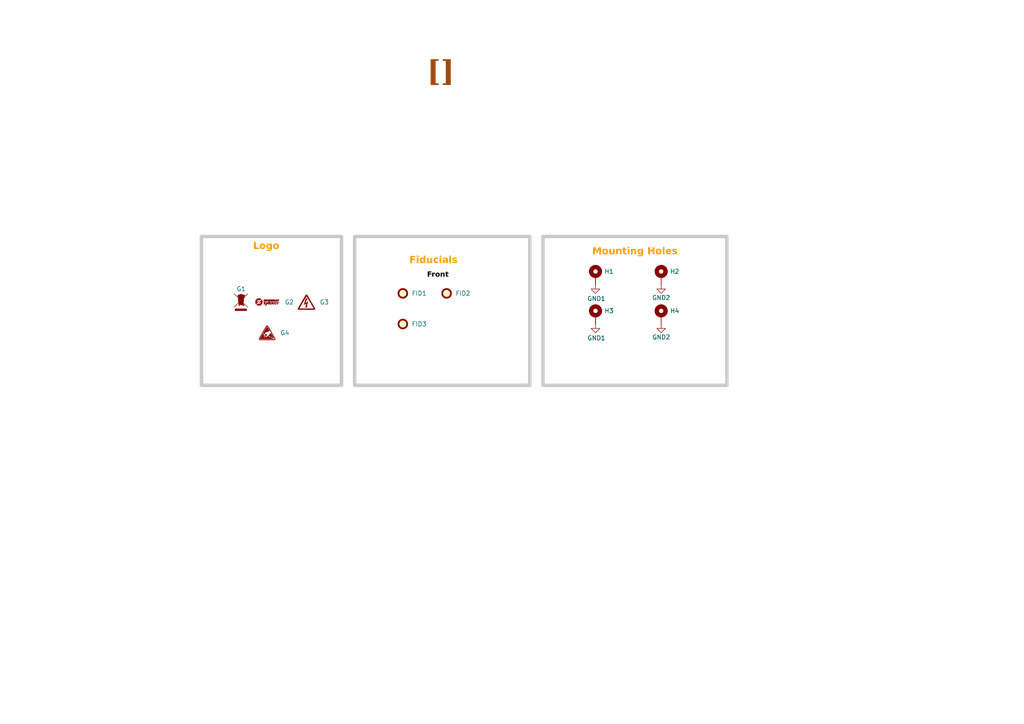
<source format=kicad_sch>
(kicad_sch (version 20231120) (generator "eeschema") (generator_version "8.0")
  (paper "A4")
  (title_block (title "Rapid-Core") (date "2024-09-09") (rev "1.0.1"))
  (lib_symbols
    (symbol "ESD_protection_warning_sign:LOGO" (pin_names (offset 1.016))
      (property "Reference" "G?" (at 0 3.556 0))
    )
    (symbol "GND1_1" (power) (pin_numbers hide) (pin_names (offset 0) hide)
      (property "Value" "GND1" (at 0 -3.81 0))
      (symbol "GND1_1_1_1"
        (pin power_in line (at 0 0 270) (length 0) (name "~") (number "1"))
      )
    )
    (symbol "GND2_1" (power) (pin_numbers hide) (pin_names (offset 0) hide)
      (property "Value" "GND2" (at 0 -3.81 0))
      (symbol "GND2_1_1_1"
        (pin power_in line (at 0 0 270) (length 0) (name "~") (number "1"))
      )
    )
    (symbol "High_Voltage_Warning:HIgh_Voltage_Warning" (pin_names (offset 1.016))
      (property "Reference" "G?" (at -2.54 1.778 0))
    )
    (symbol "Mechanical:Fiducial"
      (property "Reference" "FID" (at 0 5.08 0))
      (property "Value" "Fiducial" (at 0 3.175 0))
    )
    (symbol "Mechanical:MountingHole_Pad" (pin_numbers hide) (pin_names (offset 1.016) hide)
      (property "Reference" "H" (at 0 6.35 0))
      (property "Value" "MountingHole_Pad" (at 0 4.445 0))
      (symbol "MountingHole_Pad_1_1"
        (pin input line (at 0 -2.54 90) (length 2.54) (name "1") (number "1"))
      )
    )
    (symbol "Noon_Ray:Noon_Ray" (pin_names (offset 1.016))
      (property "Reference" "G?" (at -2.032 2.286 0))
    )
    (symbol "Not_To_Bin:Not_To_Bin" (pin_names (offset 1.016))
      (property "Reference" "G?" (at 0 3.302 0))
    )
  )
  (rectangle (start 157.48 68.58) (end 210.82 111.76) (stroke (width 1) (color 200 200 200 1)))
  (rectangle (start 58.42 68.58) (end 99.06 111.76) (stroke (width 1) (color 200 200 200 1)))
  (rectangle (start 102.87 68.58) (end 153.67 111.76) (stroke (width 1) (color 200 200 200 1)))
  (text "Front" (at 127 80.264 0) (effects (font (size 1.5 1.5) (thickness 0.254) (bold yes))))
  (text "[${#}] ${SHEETNAME}" (at 129.286 22.86 0) (effects (font (size 6 6) (thickness 0.254) (bold yes))))
  (text "Mounting Holes" (at 184.15 73.66 0) (effects (font (size 2 2) (thickness 0.4) (bold yes))))
  (text "Logo" (at 77.216 72.136 0) (effects (font (size 2 2) (thickness 0.4) (bold yes))))
  (text "Fiducials" (at 125.73 76.2 0) (effects (font (size 2 2) (thickness 0.4) (bold yes))))
  (symbol (lib_id "Mechanical:Fiducial") (at 116.84 85.09 0) (unit 1)
    (property "Reference" "FID1" (at 119.38 85.09 0) (effects (justify left)))
    (property "Value" "Fiducial" (effects (hide yes)))
    (property "Footprint" "Fiducial:Fiducial_1.5mm_Mask3mm" (effects (hide yes)))
  )
  (symbol (lib_id "Mechanical:MountingHole_Pad") (at 172.72 91.44 0) (unit 1)
    (property "Reference" "H3" (at 175.26 90.1699 0) (effects (justify left)))
    (property "Value" "MountingHole_Pad" (effects (hide yes)))
    (property "Footprint" "MountingHole:MountingHole_2.2mm_M2_Pad" (effects (hide yes)))
  )
  (symbol (lib_id "ESD_protection_warning_sign:LOGO") (at 77.47 96.52 0) (unit 1)
    (property "Reference" "G4" (at 81.28 96.522 0) (effects (justify left)))
    (property "Value" "ESD_Protection" (effects (hide yes)))
    (property "Footprint" "ESD_Protection_Sign:ESD_Protection_Sign" (effects (hide yes)))
  )
  (symbol (lib_id "Not_To_Bin:Not_To_Bin") (at 69.85 87.63 0) (unit 1)
    (property "Reference" "G1" (at 68.58 83.82 0) (effects (justify left)))
    (property "Value" "Not_to_bin" (effects (hide yes)))
    (property "Footprint" "Not_To_Bin:Not_To_Bin" (effects (hide yes)))
  )
  (symbol (lib_name "GND2_1") (lib_id "power:GND2") (at 191.77 93.98 0) (unit 1)
    (property "Reference" "#PWR0134" (effects (hide yes)))
    (property "Value" "GND2" (at 191.77 97.79 0))
    (property "Description" "Power symbol creates a global label with name \"GND2\" , ground" (effects (hide yes)))
  )
  (symbol (lib_id "Mechanical:MountingHole_Pad") (at 191.77 91.44 0) (unit 1)
    (property "Reference" "H4" (at 194.31 90.17 0) (effects (justify left)))
    (property "Value" "MountingHole_Pad" (effects (hide yes)))
    (property "Footprint" "MountingHole:MountingHole_2.2mm_M2_Pad" (effects (hide yes)))
  )
  (symbol (lib_id "Mechanical:Fiducial") (at 116.84 93.98 0) (unit 1)
    (property "Reference" "FID3" (at 119.38 93.98 0) (effects (justify left)))
    (property "Value" "Fiducial" (effects (hide yes)))
    (property "Footprint" "Fiducial:Fiducial_1.5mm_Mask3mm" (effects (hide yes)))
  )
  (symbol (lib_id "Mechanical:MountingHole_Pad") (at 172.72 80.01 0) (unit 1)
    (property "Reference" "H1" (at 175.26 78.74 0) (effects (justify left)))
    (property "Value" "MountingHole_Pad" (effects (hide yes)))
    (property "Footprint" "MountingHole:MountingHole_2.2mm_M2_Pad" (effects (hide yes)))
  )
  (symbol (lib_id "Mechanical:MountingHole_Pad") (at 191.77 80.01 0) (unit 1)
    (property "Reference" "H2" (at 194.31 78.7399 0) (effects (justify left)))
    (property "Value" "MountingHole_Pad" (effects (hide yes)))
    (property "Footprint" "MountingHole:MountingHole_2.2mm_M2_Pad" (effects (hide yes)))
  )
  (symbol (lib_name "GND1_1") (lib_id "power:GND1") (at 172.72 82.55 0) (unit 1)
    (property "Reference" "#PWR0131" (effects (hide yes)))
    (property "Value" "GND1" (at 172.974 86.614 0))
    (property "Description" "Power symbol creates a global label with name \"GND1\" , ground" (effects (hide yes)))
  )
  (symbol (lib_name "GND1_1") (lib_id "power:GND1") (at 172.72 93.98 0) (unit 1)
    (property "Reference" "#PWR0133" (effects (hide yes)))
    (property "Value" "GND1" (at 172.974 98.044 0))
    (property "Description" "Power symbol creates a global label with name \"GND1\" , ground" (effects (hide yes)))
  )
  (symbol (lib_id "Mechanical:Fiducial") (at 129.54 85.09 0) (unit 1)
    (property "Reference" "FID2" (at 132.08 85.09 0) (effects (justify left)))
    (property "Value" "Fiducial" (effects (hide yes)))
    (property "Footprint" "Fiducial:Fiducial_1.5mm_Mask3mm" (effects (hide yes)))
  )
  (symbol (lib_id "Noon_Ray:Noon_Ray") (at 77.47 87.63 0) (unit 1)
    (property "Reference" "G2" (at 82.55 87.6408 0) (effects (justify left)))
    (property "Value" "NOON_REAY_ENERGIES" (effects (hide yes)))
    (property "Footprint" "Noon_Ray:Noon_Ray" (effects (hide yes)))
  )
  (symbol (lib_name "GND2_1") (lib_id "power:GND2") (at 191.77 82.55 0) (unit 1)
    (property "Reference" "#PWR0132" (effects (hide yes)))
    (property "Value" "GND2" (at 191.77 86.36 0))
    (property "Description" "Power symbol creates a global label with name \"GND2\" , ground" (effects (hide yes)))
  )
  (symbol (lib_id "High_Voltage_Warning:HIgh_Voltage_Warning") (at 88.9 87.63 0) (unit 1)
    (property "Reference" "G3" (at 92.71 87.637 0) (effects (justify left)))
    (property "Value" "High_Voltage_Warning" (effects (hide yes)))
    (property "Footprint" "High_Voltage_Warning_logo:High_Voltage_Warning" (effects (hide yes)))
  )
)
</source>
